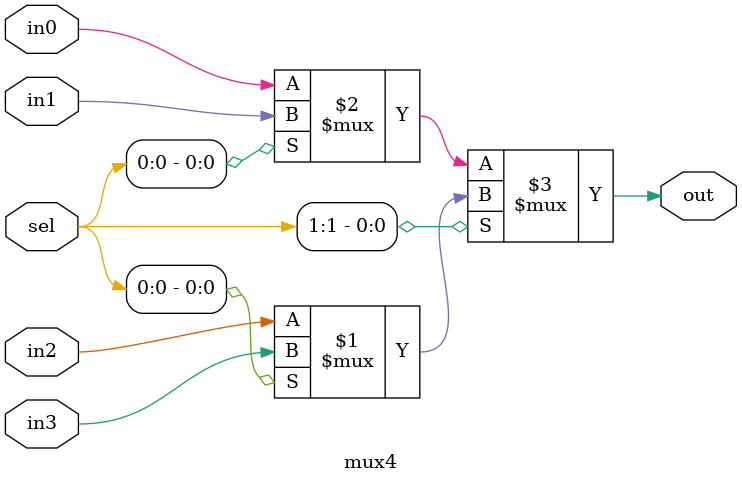
<source format=v>
`timescale 1ns/1ps

module mux4(in0, in1, in2, in3, sel, out);
input in0, in1, in2, in3;
input [1:0] sel;
output out;

assign out = sel[1]?(sel[0]?in3:in2):(sel[0]?in1:in0);

endmodule
</source>
